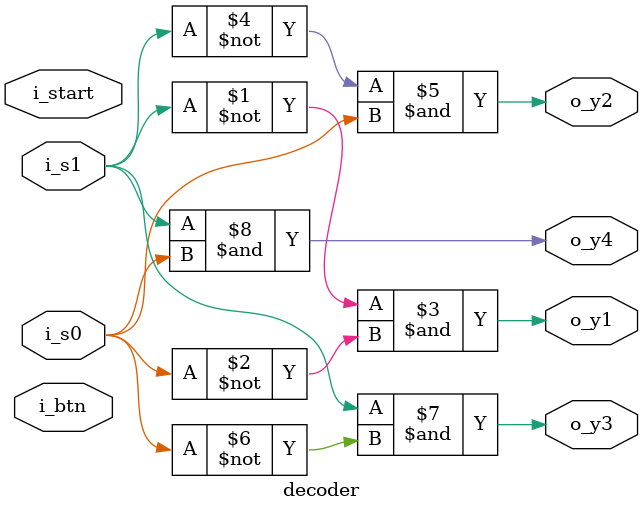
<source format=v>
`timescale 1 ns / 100ps

module decoder (i_btn, i_start, i_s1, i_s0, o_y1, o_y2, o_y3, o_y4);

input i_btn, i_start, i_s1, i_s0;
output o_y1, o_y2, o_y3, o_y4;

assign o_y1 = ~i_s1 & ~i_s0;
assign o_y2 = ~i_s1 & i_s0;
assign o_y3 = i_s1 & ~i_s0;
assign o_y4 = i_s1 & i_s0;

endmodule
</source>
